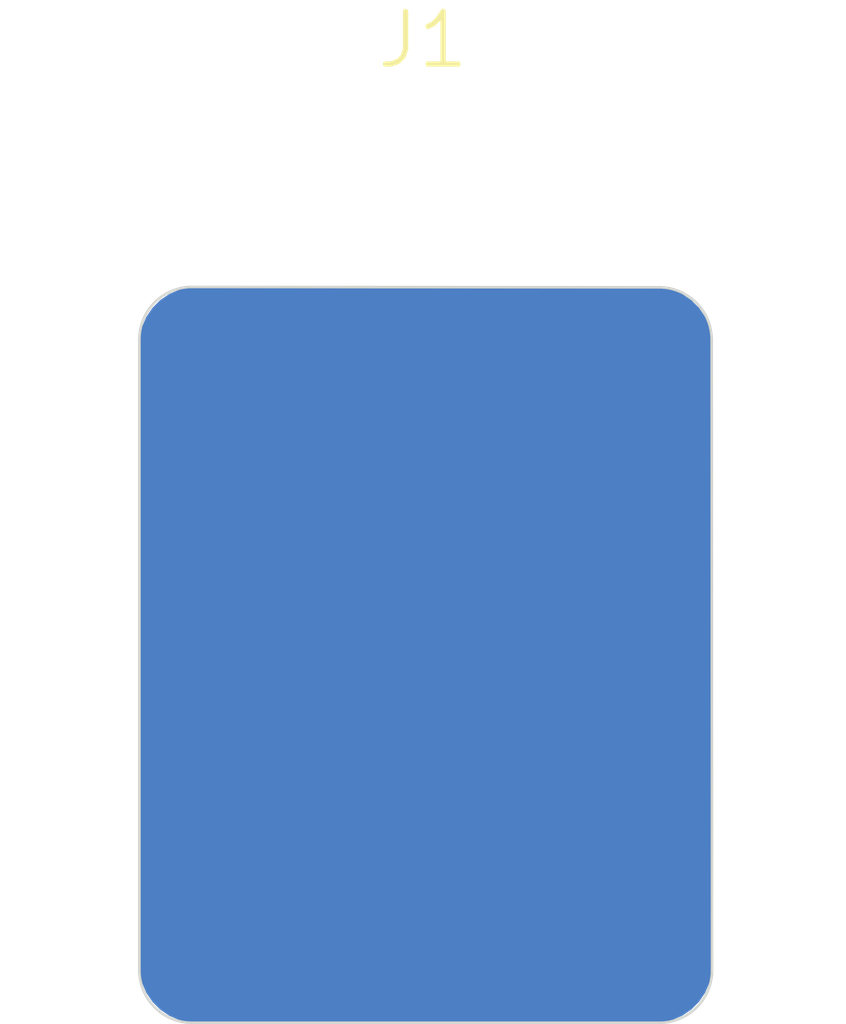
<source format=kicad_pcb>
(kicad_pcb (version 20221018) (generator pcbnew)
  (layers (0 "F.Cu" signal) (31 "B.Cu" signal) (34 "B.Paste" user) (35 "F.Paste" user) (36 "B.SilkS" user "B.Silkscreen") (37 "F.SilkS" user "F.Silkscreen") (38 "B.Mask" user) (39 "F.Mask" user) (44 "Edge.Cuts" user))
  (net 0 "")
  (footprint "MayFly-Library:USB-PCB-connector" (layer "F.Cu") (at 115 62)
    (fp_text reference "J1" (at 0 -6.9 unlocked) (layer "F.SilkS") (effects (font (thickness 0.1))))
    (fp_text value "USB-PCB-connector")
    (fp_line (start -5.4 10.8) (end -5.4 -1.2) (stroke (width 0.05)) (layer "Edge.Cuts"))
    (fp_line (start -4.4 -2.2) (end 4.492893 -2.192893) (stroke (width 0.05)) (layer "Edge.Cuts"))
    (fp_line (start 4.5 11.8) (end -4.4 11.8) (stroke (width 0.05)) (layer "Edge.Cuts"))
    (fp_line (start 5.492893 -1.192893) (end 5.5 10.8) (stroke (width 0.05)) (layer "Edge.Cuts"))
    (fp_arc (start -5.4 -1.2) (mid -5.107107 -1.907107) (end -4.4 -2.2) (stroke (width 0.05)) (layer "Edge.Cuts"))
    (fp_arc (start -4.4 11.8) (mid -5.107107 11.507107) (end -5.4 10.8) (stroke (width 0.05)) (layer "Edge.Cuts"))
    (fp_arc (start 4.492893 -2.192893) (mid 5.200002 -1.900002) (end 5.492893 -1.192893) (stroke (width 0.05)) (layer "Edge.Cuts"))
    (fp_arc (start 5.5 10.8) (mid 5.207107 11.507107) (end 4.5 11.8) (stroke (width 0.05)) (layer "Edge.Cuts"))
    (pad "1" smd rect (at -3.5 4.8) (size 1 14) (layers "F.Cu" "F.Paste" "F.Mask"))
    (pad "2" smd rect (at -1.2 4.8) (size 1 14) (layers "F.Cu" "F.Paste" "F.Mask"))
    (pad "3" smd rect (at 1.1 4.8) (size 1 14) (layers "F.Cu" "F.Paste" "F.Mask"))
    (pad "4" smd rect (at 3.4 4.8) (size 1 14) (layers "F.Cu" "F.Paste" "F.Mask"))
    (pad "5" smd roundrect (at 0.05 4.8) (size 10.9 14) (layers "B.Cu" "B.Paste" "B.Mask") (roundrect_rratio 0.1))
  )
)
</source>
